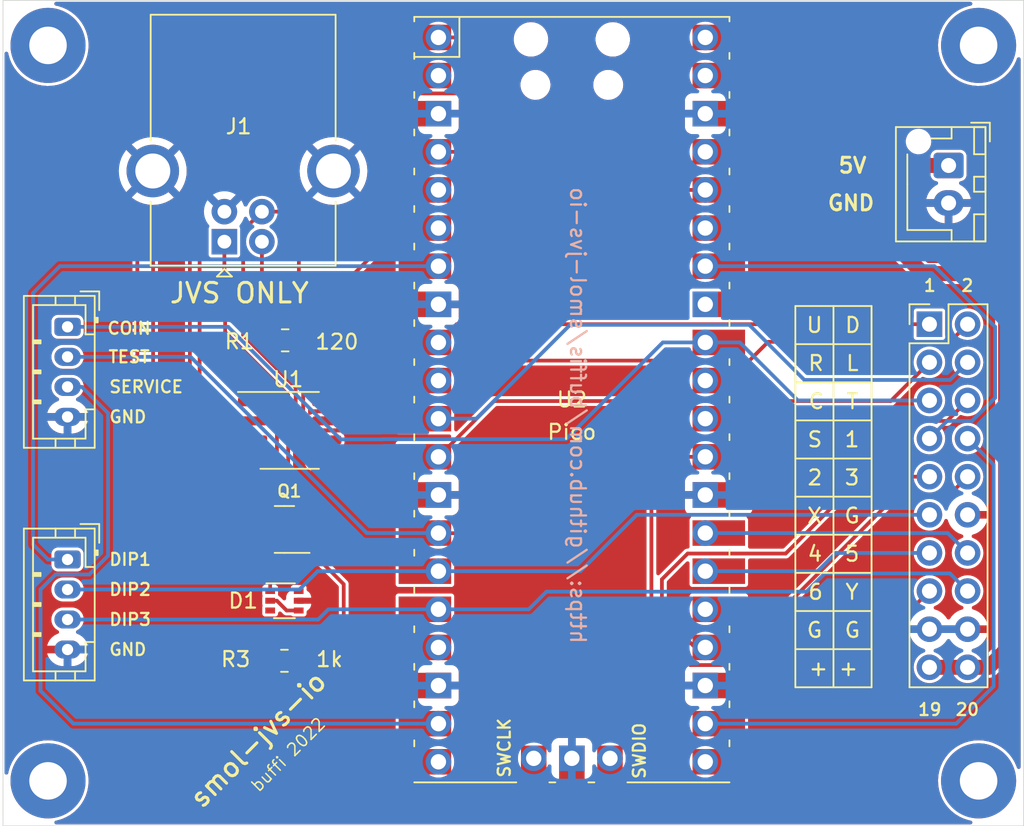
<source format=kicad_pcb>
(kicad_pcb (version 20211014) (generator pcbnew)
  (layers (0 "F.Cu" signal) (31 "B.Cu" signal) (34 "B.Paste" user) (35 "F.Paste" user) (36 "B.SilkS" user "B.Silkscreen") (37 "F.SilkS" user "F.Silkscreen") (38 "B.Mask" user) (39 "F.Mask" user) (44 "Edge.Cuts" user))
  (net 0 "")
  (net 1 "GND")
  (net 2 "+3V3")
  (net 4 "/jvs_tx")
  (net 5 "/jvs_de")
  (net 6 "/jvs_re")
  (net 7 "/jvs_rx")
  (net 8 "/sense_0v")
  (net 10 "Net-(J1-Pad2)")
  (net 11 "Net-(J1-Pad3)")
  (net 20 "/b_up")
  (net 21 "/b_down")
  (net 22 "/b_right")
  (net 23 "/b_left")
  (net 24 "/b_coin")
  (net 25 "/b_test")
  (net 26 "/b_start")
  (net 27 "/b_1")
  (net 28 "/b_2")
  (net 29 "/b_3")
  (net 30 "/b_4")
  (net 31 "/b_5")
  (net 32 "/b_6")
  (net 33 "/b_service")
  (net 34 "+5V")
  (net 35 "/dip1")
  (net 36 "/dip2")
  (net 37 "/dip3")
  (net 39 "/jvs_sense")
  (net 45 "Net-(D1-Pad2)")
  (footprint "Resistor_SMD:R_0805_2012Metric" (layer "F.Cu") (at 190.8 66.65 180)
    (fp_text reference "R1" (at 3.05 -0.075) (layer "F.SilkS"))
    (fp_text value "120" (at -3.45 -0.1) (layer "F.SilkS"))
    (pad "1" smd roundrect (at -0.9125 0 180) (size 1.025 1.4) (layers "F.Cu" "F.Paste" "F.Mask") (roundrect_rratio 0.243902439) (net 11 "Net-(J1-Pad3)"))
    (pad "2" smd roundrect (at 0.9125 0 180) (size 1.025 1.4) (layers "F.Cu" "F.Paste" "F.Mask") (roundrect_rratio 0.243902439) (net 10 "Net-(J1-Pad2)"))
  )
  (footprint "Resistor_SMD:R_0805_2012Metric" (layer "F.Cu") (at 190.75 88 180)
    (fp_text reference "R3" (at 3.25 0.1) (layer "F.SilkS"))
    (fp_text value "1k" (at -3 0.1) (layer "F.SilkS"))
    (pad "1" smd roundrect (at -0.9125 0 180) (size 1.025 1.4) (layers "F.Cu" "F.Paste" "F.Mask") (roundrect_rratio 0.243902439) (net 8 "/sense_0v"))
    (pad "2" smd roundrect (at 0.9125 0 180) (size 1.025 1.4) (layers "F.Cu" "F.Paste" "F.Mask") (roundrect_rratio 0.243902439) (net 1 "GND"))
  )
  (footprint "Package_SO:SOIC-8_3.9x4.9mm_P1.27mm" (layer "F.Cu") (at 191.1 72.65)
    (fp_text reference "U1" (at -0.1 -3.4) (layer "F.SilkS"))
    (fp_text value "ISL3175EIBZ-T" hide)
    (pad "1" smd roundrect (at -2.475 -1.905) (size 1.95 0.6) (layers "F.Cu" "F.Paste" "F.Mask") (net 7 "/jvs_rx"))
    (pad "2" smd roundrect (at -2.475 -0.635) (size 1.95 0.6) (layers "F.Cu" "F.Paste" "F.Mask") (net 6 "/jvs_re"))
    (pad "3" smd roundrect (at -2.475 0.635) (size 1.95 0.6) (layers "F.Cu" "F.Paste" "F.Mask") (net 5 "/jvs_de"))
    (pad "4" smd roundrect (at -2.475 1.905) (size 1.95 0.6) (layers "F.Cu" "F.Paste" "F.Mask") (net 4 "/jvs_tx"))
    (pad "5" smd roundrect (at 2.475 1.905) (size 1.95 0.6) (layers "F.Cu" "F.Paste" "F.Mask") (net 1 "GND"))
    (pad "6" smd roundrect (at 2.475 0.635) (size 1.95 0.6) (layers "F.Cu" "F.Paste" "F.Mask") (net 11 "Net-(J1-Pad3)"))
    (pad "7" smd roundrect (at 2.475 -0.635) (size 1.95 0.6) (layers "F.Cu" "F.Paste" "F.Mask") (net 10 "Net-(J1-Pad2)"))
    (pad "8" smd roundrect (at 2.475 -1.905) (size 1.95 0.6) (layers "F.Cu" "F.Paste" "F.Mask") (net 2 "+3V3"))
  )
  (footprint "Connector_USB:USB_B_OST_USB-B1HSxx_Horizontal" (layer "F.Cu") (at 186.75 60.0775 90)
    (fp_text reference "J1" (at 7.6775 0.95) (layer "F.SilkS"))
    (fp_text value "USB_B")
    (pad "1" thru_hole rect (at 0 0 90) (size 1.7 1.7) (drill 0.92) (layers *.Cu *.Mask) (net 39 "/jvs_sense"))
    (pad "2" thru_hole circle (at 0 2.5 90) (size 1.7 1.7) (drill 0.92) (layers *.Cu *.Mask) (net 10 "Net-(J1-Pad2)"))
    (pad "3" thru_hole circle (at 2 2.5 90) (size 1.7 1.7) (drill 0.92) (layers *.Cu *.Mask) (net 11 "Net-(J1-Pad3)"))
    (pad "4" thru_hole circle (at 2 0 90) (size 1.7 1.7) (drill 0.92) (layers *.Cu *.Mask) (net 1 "GND"))
    (pad "5" thru_hole circle (at 4.71 -4.77 90) (size 3.5 3.5) (drill 2.33) (layers *.Cu *.Mask) (net 1 "GND"))
    (pad "5" thru_hole circle (at 4.71 7.27 90) (size 3.5 3.5) (drill 2.33) (layers *.Cu *.Mask) (net 1 "GND"))
  )
  (footprint "RPi_Pico:RPi_Pico_SMD_TH" (layer "F.Cu") (at 209.9 70.6)
    (fp_text reference "U2" (at 0 0) (layer "F.SilkS"))
    (fp_text value "Pico" (at 0 2.159) (layer "F.SilkS"))
    (fp_text user "SWCLK" (at -4.5 23.2 90) (layer "F.SilkS") (effects (font (size 0.8 0.8))))
    (fp_text user "SWDIO" (at 4.5 23.4 90) (layer "F.SilkS") (effects (font (size 0.8 0.8))))
    (pad "" np_thru_hole oval locked (at -2.425 -20.97) (size 1.5 1.5) (drill 1.5) (layers *.Cu *.Mask))
    (pad "" np_thru_hole oval locked (at -2.725 -24) (size 1.8 1.8) (drill 1.8) (layers *.Cu *.Mask))
    (pad "" np_thru_hole oval locked (at 2.425 -20.97) (size 1.5 1.5) (drill 1.5) (layers *.Cu *.Mask))
    (pad "" np_thru_hole oval locked (at 2.725 -24) (size 1.8 1.8) (drill 1.8) (layers *.Cu *.Mask))
    (pad "1" thru_hole oval locked (at -8.89 -24.13) (size 1.7 1.7) (drill 1.02) (layers *.Cu *.Mask) (net 4 "/jvs_tx"))
    (pad "1" smd rect locked (at -8.89 -24.13) (size 3.5 1.7) (drill (offset -0.9 0)) (layers "F.Cu" "F.Mask") (net 4 "/jvs_tx"))
    (pad "2" smd rect locked (at -8.89 -21.59) (size 3.5 1.7) (drill (offset -0.9 0)) (layers "F.Cu" "F.Mask") (net 7 "/jvs_rx"))
    (pad "2" thru_hole oval locked (at -8.89 -21.59) (size 1.7 1.7) (drill 1.02) (layers *.Cu *.Mask) (net 7 "/jvs_rx"))
    (pad "3" smd rect locked (at -8.89 -19.05) (size 3.5 1.7) (drill (offset -0.9 0)) (layers "F.Cu" "F.Mask") (net 1 "GND"))
    (pad "3" thru_hole rect locked (at -8.89 -19.05) (size 1.7 1.7) (drill 1.02) (layers *.Cu *.Mask) (net 1 "GND"))
    (pad "4" thru_hole oval locked (at -8.89 -16.51) (size 1.7 1.7) (drill 1.02) (layers *.Cu *.Mask) (net 6 "/jvs_re"))
    (pad "4" smd rect locked (at -8.89 -16.51) (size 3.5 1.7) (drill (offset -0.9 0)) (layers "F.Cu" "F.Mask") (net 6 "/jvs_re"))
    (pad "5" smd rect locked (at -8.89 -13.97) (size 3.5 1.7) (drill (offset -0.9 0)) (layers "F.Cu" "F.Mask") (net 5 "/jvs_de"))
    (pad "5" thru_hole oval locked (at -8.89 -13.97) (size 1.7 1.7) (drill 1.02) (layers *.Cu *.Mask) (net 5 "/jvs_de"))
    (pad "6" smd rect locked (at -8.89 -11.43) (size 3.5 1.7) (drill (offset -0.9 0)) (layers "F.Cu" "F.Mask"))
    (pad "6" thru_hole oval locked (at -8.89 -11.43) (size 1.7 1.7) (drill 1.02) (layers *.Cu *.Mask))
    (pad "7" thru_hole oval locked (at -8.89 -8.89) (size 1.7 1.7) (drill 1.02) (layers *.Cu *.Mask) (net 35 "/dip1"))
    (pad "7" smd rect locked (at -8.89 -8.89) (size 3.5 1.7) (drill (offset -0.9 0)) (layers "F.Cu" "F.Mask") (net 35 "/dip1"))
    (pad "8" thru_hole rect locked (at -8.89 -6.35) (size 1.7 1.7) (drill 1.02) (layers *.Cu *.Mask) (net 1 "GND"))
    (pad "8" smd rect locked (at -8.89 -6.35) (size 3.5 1.7) (drill (offset -0.9 0)) (layers "F.Cu" "F.Mask") (net 1 "GND"))
    (pad "9" thru_hole oval locked (at -8.89 -3.81) (size 1.7 1.7) (drill 1.02) (layers *.Cu *.Mask) (net 20 "/b_up"))
    (pad "9" smd rect locked (at -8.89 -3.81) (size 3.5 1.7) (drill (offset -0.9 0)) (layers "F.Cu" "F.Mask") (net 20 "/b_up"))
    (pad "10" thru_hole oval locked (at -8.89 -1.27) (size 1.7 1.7) (drill 1.02) (layers *.Cu *.Mask) (net 21 "/b_down"))
    (pad "10" smd rect locked (at -8.89 -1.27) (size 3.5 1.7) (drill (offset -0.9 0)) (layers "F.Cu" "F.Mask") (net 21 "/b_down"))
    (pad "11" smd rect locked (at -8.89 1.27) (size 3.5 1.7) (drill (offset -0.9 0)) (layers "F.Cu" "F.Mask") (net 23 "/b_left"))
    (pad "11" thru_hole oval locked (at -8.89 1.27) (size 1.7 1.7) (drill 1.02) (layers *.Cu *.Mask) (net 23 "/b_left"))
    (pad "12" smd rect locked (at -8.89 3.81) (size 3.5 1.7) (drill (offset -0.9 0)) (layers "F.Cu" "F.Mask") (net 22 "/b_right"))
    (pad "12" thru_hole oval locked (at -8.89 3.81) (size 1.7 1.7) (drill 1.02) (layers *.Cu *.Mask) (net 22 "/b_right"))
    (pad "13" thru_hole rect locked (at -8.89 6.35) (size 1.7 1.7) (drill 1.02) (layers *.Cu *.Mask) (net 1 "GND"))
    (pad "13" smd rect locked (at -8.89 6.35) (size 3.5 1.7) (drill (offset -0.9 0)) (layers "F.Cu" "F.Mask") (net 1 "GND"))
    (pad "14" smd rect locked (at -8.89 8.89) (size 3.5 1.7) (drill (offset -0.9 0)) (layers "F.Cu" "F.Mask") (net 25 "/b_test"))
    (pad "14" thru_hole oval locked (at -8.89 8.89) (size 1.7 1.7) (drill 1.02) (layers *.Cu *.Mask) (net 25 "/b_test"))
    (pad "15" smd rect locked (at -8.89 11.43) (size 3.5 1.7) (drill (offset -0.9 0)) (layers "F.Cu" "F.Mask") (net 36 "/dip2"))
    (pad "15" thru_hole oval locked (at -8.89 11.43) (size 1.7 1.7) (drill 1.02) (layers *.Cu *.Mask) (net 36 "/dip2"))
    (pad "16" thru_hole oval locked (at -8.89 13.97) (size 1.7 1.7) (drill 1.02) (layers *.Cu *.Mask) (net 37 "/dip3"))
    (pad "16" smd rect locked (at -8.89 13.97) (size 3.5 1.7) (drill (offset -0.9 0)) (layers "F.Cu" "F.Mask") (net 37 "/dip3"))
    (pad "17" thru_hole oval locked (at -8.89 16.51) (size 1.7 1.7) (drill 1.02) (layers *.Cu *.Mask) (net 8 "/sense_0v"))
    (pad "17" smd rect locked (at -8.89 16.51) (size 3.5 1.7) (drill (offset -0.9 0)) (layers "F.Cu" "F.Mask") (net 8 "/sense_0v"))
    (pad "18" smd rect locked (at -8.89 19.05) (size 3.5 1.7) (drill (offset -0.9 0)) (layers "F.Cu" "F.Mask") (net 1 "GND"))
    (pad "18" thru_hole rect locked (at -8.89 19.05) (size 1.7 1.7) (drill 1.02) (layers *.Cu *.Mask) (net 1 "GND"))
    (pad "19" thru_hole oval locked (at -8.89 21.59) (size 1.7 1.7) (drill 1.02) (layers *.Cu *.Mask) (net 33 "/b_service"))
    (pad "19" smd rect locked (at -8.89 21.59) (size 3.5 1.7) (drill (offset -0.9 0)) (layers "F.Cu" "F.Mask") (net 33 "/b_service"))
    (pad "20" thru_hole oval locked (at -8.89 24.13) (size 1.7 1.7) (drill 1.02) (layers *.Cu *.Mask))
    (pad "20" smd rect locked (at -8.89 24.13) (size 3.5 1.7) (drill (offset -0.9 0)) (layers "F.Cu" "F.Mask"))
    (pad "21" smd rect locked (at 8.89 24.13) (size 3.5 1.7) (drill (offset 0.9 0)) (layers "F.Cu" "F.Mask"))
    (pad "21" thru_hole oval locked (at 8.89 24.13) (size 1.7 1.7) (drill 1.02) (layers *.Cu *.Mask))
    (pad "22" smd rect locked (at 8.89 21.59) (size 3.5 1.7) (drill (offset 0.9 0)) (layers "F.Cu" "F.Mask") (net 27 "/b_1"))
    (pad "22" thru_hole oval locked (at 8.89 21.59) (size 1.7 1.7) (drill 1.02) (layers *.Cu *.Mask) (net 27 "/b_1"))
    (pad "23" thru_hole rect locked (at 8.89 19.05) (size 1.7 1.7) (drill 1.02) (layers *.Cu *.Mask) (net 1 "GND"))
    (pad "23" smd rect locked (at 8.89 19.05) (size 3.5 1.7) (drill (offset 0.9 0)) (layers "F.Cu" "F.Mask") (net 1 "GND"))
    (pad "24" smd rect locked (at 8.89 16.51) (size 3.5 1.7) (drill (offset 0.9 0)) (layers "F.Cu" "F.Mask") (net 28 "/b_2"))
    (pad "24" thru_hole oval locked (at 8.89 16.51) (size 1.7 1.7) (drill 1.02) (layers *.Cu *.Mask) (net 28 "/b_2"))
    (pad "25" smd rect locked (at 8.89 13.97) (size 3.5 1.7) (drill (offset 0.9 0)) (layers "F.Cu" "F.Mask") (net 29 "/b_3"))
    (pad "25" thru_hole oval locked (at 8.89 13.97) (size 1.7 1.7) (drill 1.02) (layers *.Cu *.Mask) (net 29 "/b_3"))
    (pad "26" smd rect locked (at 8.89 11.43) (size 3.5 1.7) (drill (offset 0.9 0)) (layers "F.Cu" "F.Mask") (net 30 "/b_4"))
    (pad "26" thru_hole oval locked (at 8.89 11.43) (size 1.7 1.7) (drill 1.02) (layers *.Cu *.Mask) (net 30 "/b_4"))
    (pad "27" smd rect locked (at 8.89 8.89) (size 3.5 1.7) (drill (offset 0.9 0)) (layers "F.Cu" "F.Mask") (net 31 "/b_5"))
    (pad "27" thru_hole oval locked (at 8.89 8.89) (size 1.7 1.7) (drill 1.02) (layers *.Cu *.Mask) (net 31 "/b_5"))
    (pad "28" thru_hole rect locked (at 8.89 6.35) (size 1.7 1.7) (drill 1.02) (layers *.Cu *.Mask) (net 1 "GND"))
    (pad "28" smd rect locked (at 8.89 6.35) (size 3.5 1.7) (drill (offset 0.9 0)) (layers "F.Cu" "F.Mask") (net 1 "GND"))
    (pad "29" thru_hole oval locked (at 8.89 3.81) (size 1.7 1.7) (drill 1.02) (layers *.Cu *.Mask) (net 32 "/b_6"))
    (pad "29" smd rect locked (at 8.89 3.81) (size 3.5 1.7) (drill (offset 0.9 0)) (layers "F.Cu" "F.Mask") (net 32 "/b_6"))
    (pad "30" thru_hole oval locked (at 8.89 1.27) (size 1.7 1.7) (drill 1.02) (layers *.Cu *.Mask))
    (pad "30" smd rect locked (at 8.89 1.27) (size 3.5 1.7) (drill (offset 0.9 0)) (layers "F.Cu" "F.Mask"))
    (pad "31" smd rect locked (at 8.89 -1.27) (size 3.5 1.7) (drill (offset 0.9 0)) (layers "F.Cu" "F.Mask"))
    (pad "31" thru_hole oval locked (at 8.89 -1.27) (size 1.7 1.7) (drill 1.02) (layers *.Cu *.Mask))
    (pad "32" thru_hole oval locked (at 8.89 -3.81) (size 1.7 1.7) (drill 1.02) (layers *.Cu *.Mask) (net 24 "/b_coin"))
    (pad "32" smd rect locked (at 8.89 -3.81) (size 3.5 1.7) (drill (offset 0.9 0)) (layers "F.Cu" "F.Mask") (net 24 "/b_coin"))
    (pad "33" thru_hole rect locked (at 8.89 -6.35) (size 1.7 1.7) (drill 1.02) (layers *.Cu *.Mask))
    (pad "33" smd rect locked (at 8.89 -6.35) (size 3.5 1.7) (drill (offset 0.9 0)) (layers "F.Cu" "F.Mask"))
    (pad "34" smd rect locked (at 8.89 -8.89) (size 3.5 1.7) (drill (offset 0.9 0)) (layers "F.Cu" "F.Mask") (net 26 "/b_start"))
    (pad "34" thru_hole oval locked (at 8.89 -8.89) (size 1.7 1.7) (drill 1.02) (layers *.Cu *.Mask) (net 26 "/b_start"))
    (pad "35" smd rect locked (at 8.89 -11.43) (size 3.5 1.7) (drill (offset 0.9 0)) (layers "F.Cu" "F.Mask"))
    (pad "35" thru_hole oval locked (at 8.89 -11.43) (size 1.7 1.7) (drill 1.02) (layers *.Cu *.Mask))
    (pad "36" thru_hole oval locked (at 8.89 -13.97) (size 1.7 1.7) (drill 1.02) (layers *.Cu *.Mask) (net 2 "+3V3"))
    (pad "36" smd rect locked (at 8.89 -13.97) (size 3.5 1.7) (drill (offset 0.9 0)) (layers "F.Cu" "F.Mask") (net 2 "+3V3"))
    (pad "37" thru_hole oval locked (at 8.89 -16.51) (size 1.7 1.7) (drill 1.02) (layers *.Cu *.Mask))
    (pad "37" smd rect locked (at 8.89 -16.51) (size 3.5 1.7) (drill (offset 0.9 0)) (layers "F.Cu" "F.Mask"))
    (pad "38" thru_hole rect locked (at 8.89 -19.05) (size 1.7 1.7) (drill 1.02) (layers *.Cu *.Mask) (net 1 "GND"))
    (pad "38" smd rect locked (at 8.89 -19.05) (size 3.5 1.7) (drill (offset 0.9 0)) (layers "F.Cu" "F.Mask") (net 1 "GND"))
    (pad "39" thru_hole oval locked (at 8.89 -21.59) (size 1.7 1.7) (drill 1.02) (layers *.Cu *.Mask) (net 34 "+5V"))
    (pad "39" smd rect locked (at 8.89 -21.59) (size 3.5 1.7) (drill (offset 0.9 0)) (layers "F.Cu" "F.Mask") (net 34 "+5V"))
    (pad "40" smd rect locked (at 8.89 -24.13) (size 3.5 1.7) (drill (offset 0.9 0)) (layers "F.Cu" "F.Mask"))
    (pad "40" thru_hole oval locked (at 8.89 -24.13) (size 1.7 1.7) (drill 1.02) (layers *.Cu *.Mask))
    (pad "41" smd rect locked (at -2.54 23.9 90) (size 3.5 1.7) (drill (offset -0.9 0)) (layers "F.Cu" "F.Mask"))
    (pad "41" thru_hole oval locked (at -2.54 23.9) (size 1.7 1.7) (drill 1.02) (layers *.Cu *.Mask))
    (pad "42" thru_hole rect locked (at 0 23.9) (size 1.7 1.7) (drill 1.02) (layers *.Cu *.Mask) (net 1 "GND"))
    (pad "42" smd rect locked (at 0 23.9 90) (size 3.5 1.7) (drill (offset -0.9 0)) (layers "F.Cu" "F.Mask") (net 1 "GND"))
    (pad "43" thru_hole oval locked (at 2.54 23.9) (size 1.7 1.7) (drill 1.02) (layers *.Cu *.Mask))
    (pad "43" smd rect locked (at 2.54 23.9 90) (size 3.5 1.7) (drill (offset -0.9 0)) (layers "F.Cu" "F.Mask"))
  )
  (footprint "Package_TO_SOT_SMD:SOT-363_SC-70-6" (layer "F.Cu") (at 190.75 84)
    (fp_text reference "D1" (at -2.75 0) (layer "F.SilkS"))
    (fp_text value "BAV99S")
    (pad "1" smd rect locked (at -0.95 -0.65) (size 0.65 0.4) (layers "F.Cu" "F.Paste" "F.Mask") (net 39 "/jvs_sense"))
    (pad "2" smd rect locked (at -0.95 0) (size 0.65 0.4) (layers "F.Cu" "F.Paste" "F.Mask") (net 45 "Net-(D1-Pad2)"))
    (pad "3" smd rect locked (at -0.95 0.65) (size 0.65 0.4) (layers "F.Cu" "F.Paste" "F.Mask"))
    (pad "4" smd rect locked (at 0.95 0.65) (size 0.65 0.4) (layers "F.Cu" "F.Paste" "F.Mask") (net 45 "Net-(D1-Pad2)"))
    (pad "5" smd rect locked (at 0.95 0) (size 0.65 0.4) (layers "F.Cu" "F.Paste" "F.Mask") (net 1 "GND"))
    (pad "6" smd rect locked (at 0.95 -0.65) (size 0.65 0.4) (layers "F.Cu" "F.Paste" "F.Mask"))
  )
  (footprint "Connector_JST:JST_XH_B2B-XH-AM_1x02_P2.50mm_Vertical" (layer "F.Cu") (at 235 55 -90)
    (fp_text reference "J5" hide)
    (fp_text value "Power")
    (pad "" np_thru_hole circle locked (at -1.6 2 270) (size 1.2 1.2) (drill 1.2) (layers *.Cu *.Mask))
    (pad "1" thru_hole roundrect locked (at 0 0 270) (size 1.7 2) (drill 1) (layers *.Cu *.Mask) (roundrect_rratio 0.1470588235) (net 34 "+5V"))
    (pad "2" thru_hole oval locked (at 2.5 0 270) (size 1.7 2) (drill 1) (layers *.Cu *.Mask) (net 1 "GND"))
  )
  (footprint "Connector_PinHeader_2.54mm:PinHeader_2x10_P2.54mm_Vertical" (layer "F.Cu") (at 233.725 65.575)
    (fp_text reference "J4" hide)
    (fp_text value "Controls")
    (pad "1" thru_hole rect locked (at 0 0) (size 1.7 1.7) (drill 1) (layers *.Cu *.Mask) (net 20 "/b_up"))
    (pad "2" thru_hole oval locked (at 2.54 0) (size 1.7 1.7) (drill 1) (layers *.Cu *.Mask) (net 21 "/b_down"))
    (pad "3" thru_hole oval locked (at 0 2.54) (size 1.7 1.7) (drill 1) (layers *.Cu *.Mask) (net 22 "/b_right"))
    (pad "4" thru_hole oval locked (at 2.54 2.54) (size 1.7 1.7) (drill 1) (layers *.Cu *.Mask) (net 23 "/b_left"))
    (pad "5" thru_hole oval locked (at 0 5.08) (size 1.7 1.7) (drill 1) (layers *.Cu *.Mask) (net 24 "/b_coin"))
    (pad "6" thru_hole oval locked (at 2.54 5.08) (size 1.7 1.7) (drill 1) (layers *.Cu *.Mask) (net 25 "/b_test"))
    (pad "7" thru_hole oval locked (at 0 7.62) (size 1.7 1.7) (drill 1) (layers *.Cu *.Mask) (net 26 "/b_start"))
    (pad "8" thru_hole oval locked (at 2.54 7.62) (size 1.7 1.7) (drill 1) (layers *.Cu *.Mask) (net 27 "/b_1"))
    (pad "9" thru_hole oval locked (at 0 10.16) (size 1.7 1.7) (drill 1) (layers *.Cu *.Mask) (net 28 "/b_2"))
    (pad "10" thru_hole oval locked (at 2.54 10.16) (size 1.7 1.7) (drill 1) (layers *.Cu *.Mask) (net 29 "/b_3"))
    (pad "11" thru_hole oval locked (at 0 12.7) (size 1.7 1.7) (drill 1) (layers *.Cu *.Mask) (net 36 "/dip2"))
    (pad "12" thru_hole oval locked (at 2.54 12.7) (size 1.7 1.7) (drill 1) (layers *.Cu *.Mask) (net 1 "GND"))
    (pad "13" thru_hole oval locked (at 0 15.24) (size 1.7 1.7) (drill 1) (layers *.Cu *.Mask) (net 30 "/b_4"))
    (pad "14" thru_hole oval locked (at 2.54 15.24) (size 1.7 1.7) (drill 1) (layers *.Cu *.Mask) (net 31 "/b_5"))
    (pad "15" thru_hole oval locked (at 0 17.78) (size 1.7 1.7) (drill 1) (layers *.Cu *.Mask) (net 32 "/b_6"))
    (pad "16" thru_hole oval locked (at 2.54 17.78) (size 1.7 1.7) (drill 1) (layers *.Cu *.Mask) (net 37 "/dip3"))
    (pad "17" thru_hole oval locked (at 0 20.32) (size 1.7 1.7) (drill 1) (layers *.Cu *.Mask) (net 1 "GND"))
    (pad "18" thru_hole oval locked (at 2.54 20.32) (size 1.7 1.7) (drill 1) (layers *.Cu *.Mask) (net 1 "GND"))
    (pad "19" thru_hole oval locked (at 0 22.86) (size 1.7 1.7) (drill 1) (layers *.Cu *.Mask) (net 2 "+3V3"))
    (pad "20" thru_hole oval locked (at 2.54 22.86) (size 1.7 1.7) (drill 1) (layers *.Cu *.Mask) (net 2 "+3V3"))
  )
  (footprint "Package_TO_SOT_SMD:SOT-23" (layer "F.Cu") (at 190.75 79.25 180)
    (fp_text reference "Q1" (at -0.325 2.55) (layer "F.SilkS") (effects (font (size 0.8 0.8))))
    (fp_text value "AO3400A" hide)
    (pad "1" smd roundrect locked (at -0.9375 -0.95 180) (size 1.475 0.6) (layers "F.Cu" "F.Paste" "F.Mask") (net 8 "/sense_0v"))
    (pad "2" smd roundrect locked (at -0.9375 0.95 180) (size 1.475 0.6) (layers "F.Cu" "F.Paste" "F.Mask") (net 1 "GND"))
    (pad "3" smd roundrect locked (at 0.9375 0 180) (size 1.475 0.6) (layers "F.Cu" "F.Paste" "F.Mask") (net 39 "/jvs_sense"))
  )
  (footprint "MountingHole:MountingHole_2.5mm_Pad" (layer "F.Cu") (at 237 96)
    (fp_text reference "H4" hide)
    (fp_text value "MountingHole_Pad" hide)
    (pad "1" thru_hole circle locked (at 0 0) (size 5 5) (drill 2.5) (layers *.Cu *.Mask))
  )
  (footprint "Connector_JST:JST_PH_B4B-PH-K_1x04_P2.00mm_Vertical" (layer "F.Cu") (at 176.3 81.25 -90)
    (fp_text reference "J3" hide)
    (fp_text value "Dips")
    (pad "1" thru_hole roundrect locked (at 0 0 270) (size 1.2 1.75) (drill 0.75) (layers *.Cu *.Mask) (roundrect_rratio 0.2083333333) (net 35 "/dip1"))
    (pad "2" thru_hole oval locked (at 2 0 270) (size 1.2 1.75) (drill 0.75) (layers *.Cu *.Mask) (net 36 "/dip2"))
    (pad "3" thru_hole oval locked (at 4 0 270) (size 1.2 1.75) (drill 0.75) (layers *.Cu *.Mask) (net 37 "/dip3"))
    (pad "4" thru_hole oval locked (at 6 0 270) (size 1.2 1.75) (drill 0.75) (layers *.Cu *.Mask) (net 1 "GND"))
  )
  (footprint "MountingHole:MountingHole_2.5mm_Pad" (layer "F.Cu") (at 175 96)
    (fp_text reference "H3" hide)
    (fp_text value "MountingHole_Pad" hide)
    (pad "1" thru_hole circle locked (at 0 0) (size 5 5) (drill 2.5) (layers *.Cu *.Mask))
  )
  (footprint "Connector_JST:JST_PH_B4B-PH-K_1x04_P2.00mm_Vertical" (layer "F.Cu") (at 176.3 65.75 -90)
    (fp_text reference "J2" hide)
    (fp_text value "Misc")
    (pad "1" thru_hole roundrect locked (at 0 0 270) (size 1.2 1.75) (drill 0.75) (layers *.Cu *.Mask) (roundrect_rratio 0.2083333333) (net 24 "/b_coin"))
    (pad "2" thru_hole oval locked (at 2 0 270) (size 1.2 1.75) (drill 0.75) (layers *.Cu *.Mask) (net 25 "/b_test"))
    (pad "3" thru_hole oval locked (at 4 0 270) (size 1.2 1.75) (drill 0.75) (layers *.Cu *.Mask) (net 33 "/b_service"))
    (pad "4" thru_hole oval locked (at 6 0 270) (size 1.2 1.75) (drill 0.75) (layers *.Cu *.Mask) (net 1 "GND"))
  )
  (footprint "MountingHole:MountingHole_2.5mm_Pad" (layer "F.Cu") (at 237 47)
    (fp_text reference "H2" hide)
    (fp_text value "MountingHole_Pad" hide)
    (pad "1" thru_hole circle locked (at 0 0) (size 5 5) (drill 2.5) (layers *.Cu *.Mask))
  )
  (footprint "MountingHole:MountingHole_2.5mm_Pad" (layer "F.Cu") (at 175 47)
    (fp_text reference "H1" hide)
    (fp_text value "MountingHole_Pad" hide)
    (pad "1" thru_hole circle locked (at 0 0) (size 5 5) (drill 2.5) (layers *.Cu *.Mask))
  )
  (gr_line (start 224.79 79.605) (end 224.79 77.065) (layer "F.SilkS") (width 0.12))
  (gr_line (start 224.79 74.525) (end 224.79 71.985) (layer "F.SilkS") (width 0.12))
  (gr_line (start 224.79 77.065) (end 229.87 77.065) (layer "F.SilkS") (width 0.12))
  (gr_line (start 224.79 69.445) (end 224.79 66.905) (layer "F.SilkS") (width 0.12))
  (gr_line (start 224.79 64.365) (end 229.87 64.365) (layer "F.SilkS") (width 0.12))
  (gr_line (start 229.87 69.445) (end 224.79 69.445) (layer "F.SilkS") (width 0.12))
  (gr_line (start 224.79 84.685) (end 224.79 82.145) (layer "F.SilkS") (width 0.12))
  (gr_line (start 229.87 66.905) (end 229.87 64.365) (layer "F.SilkS") (width 0.12))
  (gr_line (start 224.79 87.225) (end 229.87 87.225) (layer "F.SilkS") (width 0.12))
  (gr_line (start 224.79 64.365) (end 224.79 89.765) (layer "F.SilkS") (width 0.12))
  (gr_line (start 229.87 84.685) (end 224.79 84.685) (layer "F.SilkS") (width 0.12))
  (gr_line (start 224.79 66.905) (end 229.87 66.905) (layer "F.SilkS") (width 0.12))
  (gr_line (start 229.87 82.145) (end 229.87 79.605) (layer "F.SilkS") (width 0.12))
  (gr_line (start 229.87 79.605) (end 224.79 79.605) (layer "F.SilkS") (width 0.12))
  (gr_line (start 229.87 89.765) (end 229.87 64.365) (layer "F.SilkS") (width 0.12))
  (gr_line (start 227.33 64.365) (end 227.33 89.765) (layer "F.SilkS") (width 0.12))
  (gr_line (start 224.79 71.985) (end 229.87 71.985) (layer "F.SilkS") (width 0.12))
  (gr_line (start 224.79 82.145) (end 229.87 82.145) (layer "F.SilkS") (width 0.12))
  (gr_line (start 229.87 89.765) (end 224.79 89.765) (layer "F.SilkS") (width 0.12))
  (gr_line (start 229.87 71.985) (end 229.87 69.445) (layer "F.SilkS") (width 0.12))
  (gr_line (start 229.87 74.525) (end 224.79 74.525) (layer "F.SilkS") (width 0.12))
  (gr_line (start 229.87 87.225) (end 229.87 84.685) (layer "F.SilkS") (width 0.12))
  (gr_line (start 240 99) (end 172 99) (layer "Edge.Cuts") (width 0.05))
  (gr_line (start 172 99) (end 172 44) (layer "Edge.Cuts") (width 0.05))
  (gr_line (start 240 44) (end 240 99) (layer "Edge.Cuts") (width 0.05))
  (gr_line (start 172 44) (end 240 44) (layer "Edge.Cuts") (width 0.05))
  (gr_text "https://github.com/buffis/smol-jvs-io" (at 210.3 71.65 -90) (layer "B.SilkS") (effects (font (size 1 1)) (justify mirror)))
  (gr_text "GND" (at 179 71.75) (layer "F.SilkS") (effects (font (size 0.8 0.8)) (justify left)))
  (gr_text "buffi 2022" (at 191 94.25 45) (layer "F.SilkS") (effects (font (size 0.8 0.8) (thickness 0.1))))
  (gr_text "S  1" (at 227.33 73.255) (layer "F.SilkS") (effects (font (size 1 1))))
  (gr_text "1" (at 233.75 63) (layer "F.SilkS") (effects (font (size 0.8 0.8))))
  (gr_text "DIP1" (at 179 81.25) (layer "F.SilkS") (effects (font (size 0.8 0.8)) (justify left)))
  (gr_text "DIP3" (at 179 85.25) (layer "F.SilkS") (effects (font (size 0.8 0.8)) (justify left)))
  (gr_text "4  5" (at 227.33 80.875) (layer "F.SilkS") (effects (font (size 1 1))))
  (gr_text "U  D" (at 227.33 65.635) (layer "F.SilkS") (effects (font (size 1 1))))
  (gr_text "G  G" (at 227.33 85.955) (layer "F.SilkS") (effects (font (size 1 1))))
  (gr_text "X  G" (at 227.33 78.335) (layer "F.SilkS") (effects (font (size 1 1))))
  (gr_text "20" (at 236.25 91.25) (layer "F.SilkS") (effects (font (size 0.8 0.8))))
  (gr_text "+ +" (at 227.33 88.495) (layer "F.SilkS") (effects (font (size 1 1))))
  (gr_text "6  Y" (at 227.33 83.415) (layer "F.SilkS") (effects (font (size 1 1))))
  (gr_text "2" (at 236.25 63) (layer "F.SilkS") (effects (font (size 0.8 0.8))))
  (gr_text "C  T" (at 227.33 70.715) (layer "F.SilkS") (effects (font (size 1 1))))
  (gr_text "COIN" (at 180.4 65.85) (layer "F.SilkS") (effects (font (size 0.8 0.8))))
  (gr_text "R  L" (at 227.33 68.175) (layer "F.SilkS") (effects (font (size 1 1))))
  (gr_text "2  3" (at 227.33 75.795) (layer "F.SilkS") (effects (font (size 1 1))))
  (gr_text "DIP2" (at 179 83.25) (layer "F.SilkS") (effects (font (size 0.8 0.8)) (justify left)))
  (gr_text "smol-jvs-io" (at 189 93.25 45) (layer "F.SilkS") (effects (font (size 1.25 1.25) (thickness 0.2))))
  (gr_text "5V" (at 228.6 55) (layer "F.SilkS") (effects (font (size 1 1) (thickness 0.2))))
  (gr_text "SERVICE" (at 179 69.75) (layer "F.SilkS") (effects (font (size 0.8 0.8)) (justify left)))
  (gr_text "TEST" (at 180.4 67.75) (layer "F.SilkS") (effects (font (size 0.8 0.8))))
  (gr_text "JVS ONLY" (at 187.75 63.5) (layer "F.SilkS") (effects (font (size 1.3 1.3) (thickness 0.2))))
  (gr_text "19" (at 233.75 91.25) (layer "F.SilkS") (effects (font (size 0.8 0.8))))
  (gr_text "GND" (at 228.5 57.5) (layer "F.SilkS") (effects (font (size 1 1) (thickness 0.2))))
  (gr_text "GND" (at 179 87.25) (layer "F.SilkS") (effects (font (size 0.8 0.8)) (justify left)))
  (segment (start 233.3 62.2) (end 237.8 62.2) (width 1) (layer "F.Cu") (net 2))
  (segment (start 193.575 70.745) (end 193.575 64.025) (width 0.25) (layer "F.Cu") (net 2))
  (segment (start 213.82 56.63) (end 218.79 56.63) (width 0.25) (layer "F.Cu") (net 2))
  (segment (start 227.73 56.63) (end 233.3 62.2) (width 1) (layer "F.Cu") (net 2))
  (segment (start 193.575 64.025) (end 197.255489 60.344511) (width 0.25) (layer "F.Cu") (net 2))
  (segment (start 236.265 88.435) (end 233.725 88.435) (width 1) (layer "F.Cu") (net 2))
  (segment (start 238.8 63.2) (end 238.8 87.3) (width 1) (layer "F.Cu") (net 2))
  (segment (start 197.255489 60.344511) (end 210.105489 60.344511) (width 0.25) (layer "F.Cu") (net 2))
  (segment (start 210.105489 60.344511) (end 213.82 56.63) (width 0.25) (layer "F.Cu") (net 2))
  (segment (start 218.79 56.63) (end 227.73 56.63) (width 1) (layer "F.Cu") (net 2))
  (segment (start 237.665 88.435) (end 236.265 88.435) (width 1) (layer "F.Cu") (net 2))
  (segment (start 238.8 87.3) (end 237.665 88.435) (width 1) (layer "F.Cu") (net 2))
  (segment (start 237.8 62.2) (end 238.8 63.2) (width 1) (layer "F.Cu") (net 2))
  (segment (start 202.32 46.47) (end 201.01 46.47) (width 0.25) (layer "F.Cu") (net 4))
  (segment (start 182 59.85) (end 179.45 57.3) (width 0.25) (layer "F.Cu") (net 4))
  (segment (start 183 50.2) (end 202.55 50.2) (width 0.25) (layer "F.Cu") (net 4))
  (segment (start 202.55 50.2) (end 202.9 49.85) (width 0.25) (layer "F.Cu") (net 4))
  (segment (start 179.45 57.3) (end 179.45 53.75) (width 0.25) (layer "F.Cu") (net 4))
  (segment (start 182 71.45) (end 182 59.85) (width 0.25) (layer "F.Cu") (net 4))
  (segment (start 179.45 53.75) (end 183 50.2) (width 0.25) (layer "F.Cu") (net 4))
  (segment (start 202.9 49.85) (end 202.9 47.05) (width 0.25) (layer "F.Cu") (net 4))
  (segment (start 185.105 74.555) (end 182 71.45) (width 0.25) (layer "F.Cu") (net 4))
  (segment (start 202.9 47.05) (end 202.32 46.47) (width 0.25) (layer "F.Cu") (net 4))
  (segment (start 188.625 74.555) (end 185.105 74.555) (width 0.25) (layer "F.Cu") (net 4))
  (segment (start 196.1 58.3) (end 193 58.3) (width 0.25) (layer "F.Cu") (net 5))
  (segment (start 197.8 56.6) (end 196.1 58.3) (width 0.25) (layer "F.Cu") (net 5))
  (segment (start 184.45 71.05) (end 186.685 73.285) (width 0.25) (layer "F.Cu") (net 5))
  (segment (start 201.01 56.63) (end 200.98 56.6) (width 0.25) (layer "F.Cu") (net 5))
  (segment (start 200.98 56.6) (end 197.8 56.6) (width 0.25) (layer "F.Cu") (net 5))
  (segment (start 186.685 73.285) (end 188.625 73.285) (width 0.25) (layer "F.Cu") (net 5))
  (segment (start 185.4 55.85) (end 184.45 56.8) (width 0.25) (layer "F.Cu") (net 5))
  (segment (start 184.45 56.8) (end 184.45 71.05) (width 0.25) (layer "F.Cu") (net 5))
  (segment (start 190.55 55.85) (end 185.4 55.85) (width 0.25) (layer "F.Cu") (net 5))
  (segment (start 193 58.3) (end 190.55 55.85) (width 0.25) (layer "F.Cu") (net 5))
  (segment (start 197.45 57.95) (end 202 57.95) (width 0.25) (layer "F.Cu") (net 6))
  (segment (start 190 56.55) (end 192.45 59) (width 0.25) (layer "F.Cu") (net 6))
  (segment (start 188.625 72.015) (end 187.065 72.015) (width 0.25) (layer "F.Cu") (net 6))
  (segment (start 185.9 56.55) (end 190 56.55) (width 0.25) (layer "F.Cu") (net 6))
  (segment (start 187.065 72.015) (end 185.1 70.05) (width 0.25) (layer "F.Cu") (net 6))
  (segment (start 185.1 70.05) (end 185.1 57.35) (width 0.25) (layer "F.Cu") (net 6))
  (segment (start 202.8 57.15) (end 202.8 54.7) (width 0.25) (layer "F.Cu") (net 6))
  (segment (start 202 57.95) (end 202.8 57.15) (width 0.25) (layer "F.Cu") (net 6))
  (segment (start 192.45 59) (end 196.4 59) (width 0.25) (layer "F.Cu") (net 6))
  (segment (start 202.19 54.09) (end 201.01 54.09) (width 0.25) (layer "F.Cu") (net 6))
  (segment (start 202.8 54.7) (end 202.19 54.09) (width 0.25) (layer "F.Cu") (net 6))
  (segment (start 196.4 59) (end 197.45 57.95) (width 0.25) (layer "F.Cu") (net 6))
  (segment (start 185.1 57.35) (end 185.9 56.55) (width 0.25) (layer "F.Cu") (net 6))
  (segment (start 190.25 71.3) (end 190.25 75.05) (width 0.25) (layer "F.Cu") (net 7))
  (segment (start 189.695 70.745) (end 190.25 71.3) (width 0.25) (layer "F.Cu") (net 7))
  (segment (start 180.95 72.95) (end 180.95 60.55) (width 0.25) (layer "F.Cu") (net 7))
  (segment (start 183.7 75.7) (end 180.95 72.95) (width 0.25) (layer "F.Cu") (net 7))
  (segment (start 188.625 70.745) (end 189.695 70.745) (width 0.25) (layer "F.Cu") (net 7))
  (segment (start 178.25 57.85) (end 178.25 53.35) (width 0.25) (layer "F.Cu") (net 7))
  (segment (start 180.95 60.55) (end 178.25 57.85) (width 0.25) (layer "F.Cu") (net 7))
  (segment (start 178.25 53.35) (end 182.59 49.01) (width 0.25) (layer "F.Cu") (net 7))
  (segment (start 190.25 75.05) (end 189.6 75.7) (width 0.25) (layer "F.Cu") (net 7))
  (segment (start 189.6 75.7) (end 183.7 75.7) (width 0.25) (layer "F.Cu") (net 7))
  (segment (start 182.59 49.01) (end 201.01 49.01) (width 0.25) (layer "F.Cu") (net 7))
  (segment (start 191.6875 80.2) (end 192 80.2) (width 0.25) (layer "F.Cu") (net 8))
  (segment (start 192 80.2) (end 194.7 82.9) (width 0.25) (layer "F.Cu") (net 8))
  (segment (start 194.7 82.9) (end 194.7 87.11) (width 0.25) (layer "F.Cu") (net 8))
  (segment (start 191.6625 88) (end 193.81 88) (width 0.25) (layer "F.Cu") (net 8))
  (segment (start 193.81 88) (end 194.7 87.11) (width 0.25) (layer "F.Cu") (net 8))
  (segment (start 194.7 87.11) (end 201.01 87.11) (width 0.25) (layer "F.Cu") (net 8))
  (segment (start 192.215 72.015) (end 193.575 72.015) (width 0.25) (layer "F.Cu") (net 10))
  (segment (start 192 69.05) (end 192 71.8) (width 0.25) (layer "F.Cu") (net 10))
  (segment (start 192 71.8) (end 192.215 72.015) (width 0.25) (layer "F.Cu") (net 10))
  (segment (start 189.8875 66.65) (end 189.8875 66.9375) (width 0.25) (layer "F.Cu") (net 10))
  (segment (start 189.25 66.0125) (end 189.8875 66.65) (width 0.25) (layer "F.Cu") (net 10))
  (segment (start 189.25 60.0775) (end 189.25 66.0125) (width 0.25) (layer "F.Cu") (net 10))
  (segment (start 189.8875 66.9375) (end 192 69.05) (width 0.25) (layer "F.Cu") (net 10))
  (segment (start 190.3775 58.0775) (end 189.25 58.0775) (width 0.25) (layer "F.Cu") (net 11))
  (segment (start 191.7125 59.4125) (end 190.3775 58.0775) (width 0.25) (layer "F.Cu") (net 11))
  (segment (start 191.5 69.8) (end 188 66.3) (width 0.25) (layer "F.Cu") (net 11))
  (segment (start 192.235 73.285) (end 191.5 72.55) (width 0.25) (layer "F.Cu") (net 11))
  (segment (start 188 66.3) (end 188 59.3275) (width 0.25) (layer "F.Cu") (net 11))
  (segment (start 193.575 73.285) (end 192.235 73.285) (width 0.25) (layer "F.Cu") (net 11))
  (segment (start 191.7125 66.65) (end 191.7125 59.4125) (width 0.25) (layer "F.Cu") (net 11))
  (segment (start 191.5 72.55) (end 191.5 69.8) (width 0.25) (layer "F.Cu") (net 11))
  (segment (start 188 59.3275) (end 189.25 58.0775) (width 0.25) (layer "F.Cu") (net 11))
  (segment (start 202.225 65.575) (end 201.01 66.79) (width 0.25) (layer "F.Cu") (net 20))
  (segment (start 233.725 65.575) (end 202.225 65.575) (width 0.25) (layer "F.Cu") (net 20))
  (segment (start 235.090489 66.749511) (end 222.979511 66.749511) (width 0.25) (layer "F.Cu") (net 21))
  (segment (start 236.265 65.575) (end 235.090489 66.749511) (width 0.25) (layer "F.Cu") (net 21))
  (segment (start 202.34 68) (end 201.01 69.33) (width 0.25) (layer "F.Cu") (net 21))
  (segment (start 222.979511 66.749511) (end 221.729022 68) (width 0.25) (layer "F.Cu") (net 21))
  (segment (start 221.729022 68) (end 202.34 68) (width 0.25) (layer "F.Cu") (net 21))
  (segment (start 233.725 68.115) (end 231.144511 70.695489) (width 0.25) (layer "F.Cu") (net 22))
  (segment (start 204.724511 70.695489) (end 201.01 74.41) (width 0.25) (layer "F.Cu") (net 22))
  (segment (start 231.144511 70.695489) (end 204.724511 70.695489) (width 0.25) (layer "F.Cu") (net 22))
  (segment (start 221.715489 65.615489) (end 209.784511 65.615489) (width 0.25) (layer "B.Cu") (net 23))
  (segment (start 203.53 71.87) (end 201.01 71.87) (width 0.25) (layer "B.Cu") (net 23))
  (segment (start 225.389511 69.289511) (end 221.715489 65.615489) (width 0.25) (layer "B.Cu") (net 23))
  (segment (start 209.784511 65.615489) (end 203.53 71.87) (width 0.25) (layer "B.Cu") (net 23))
  (segment (start 236.265 68.115) (end 235.090489 69.289511) (width 0.25) (layer "B.Cu") (net 23))
  (segment (start 235.090489 69.289511) (end 225.389511 69.289511) (width 0.25) (layer "B.Cu") (net 23))
  (segment (start 197.25 73.25) (end 194.5 73.25) (width 0.25) (layer "B.Cu") (net 24))
  (segment (start 187 65.75) (end 176.3 65.75) (width 0.25) (layer "B.Cu") (net 24))
  (segment (start 197.264511 73.235489) (end 197.25 73.25) (width 0.25) (layer "B.Cu") (net 24))
  (segment (start 224.955 70.655) (end 221.09 66.79) (width 0.25) (layer "B.Cu") (net 24))
  (segment (start 194.5 73.25) (end 187 65.75) (width 0.25) (layer "B.Cu") (net 24))
  (segment (start 233.725 70.655) (end 224.955 70.655) (width 0.25) (layer "B.Cu") (net 24))
  (segment (start 209.514511 73.235489) (end 197.264511 73.235489) (width 0.25) (layer "B.Cu") (net 24))
  (segment (start 218.79 66.79) (end 215.96 66.79) (width 0.25) (layer "B.Cu") (net 24))
  (segment (start 221.09 66.79) (end 218.79 66.79) (width 0.25) (layer "B.Cu") (net 24))
  (segment (start 215.96 66.79) (end 209.514511 73.235489) (width 0.25) (layer "B.Cu") (net 24))
  (segment (start 222.788533 72.020489) (end 221.573533 73.235489) (width 0.25) (layer "F.Cu") (net 25))
  (segment (start 221.573533 73.235489) (end 210.964511 73.235489) (width 0.25) (layer "F.Cu") (net 25))
  (segment (start 201.02 79.5) (end 201.01 79.49) (width 0.25) (layer "F.Cu") (net 25))
  (segment (start 234.899511 72.020489) (end 222.788533 72.020489) (width 0.25) (layer "F.Cu") (net 25))
  (segment (start 210.964511 73.235489) (end 204.7 79.5) (width 0.25) (layer "F.Cu") (net 25))
  (segment (start 204.7 79.5) (end 201.02 79.5) (width 0.25) (layer "F.Cu") (net 25))
  (segment (start 236.265 70.655) (end 234.899511 72.020489) (width 0.25) (layer "F.Cu") (net 25))
  (segment (start 184.5 67.75) (end 196.24 79.49) (width 0.25) (layer "B.Cu") (net 25))
  (segment (start 196.24 79.49) (end 201.01 79.49) (width 0.25) (layer "B.Cu") (net 25))
  (segment (start 176.3 67.75) (end 184.5 67.75) (width 0.25) (layer "B.Cu") (net 25))
  (segment (start 238.1 65.74899) (end 234.06101 61.71) (width 0.25) (layer "B.Cu") (net 26))
  (segment (start 233.725 73.195) (end 234.899511 72.020489) (width 0.25) (layer "B.Cu") (net 26))
  (segment (start 238.1 70.48101) (end 238.1 65.74899) (width 0.25) (layer "B.Cu") (net 26))
  (segment (start 234.899511 72.020489) (end 236.560521 72.020489) (width 0.25) (layer "B.Cu") (net 26))
  (segment (start 234.06101 61.71) (end 218.79 61.71) (width 0.25) (layer "B.Cu") (net 26))
  (segment (start 236.560521 72.020489) (end 238.1 70.48101) (width 0.25) (layer "B.Cu") (net 26))
  (segment (start 238 74.93) (end 238 89.7) (width 0.25) (layer "B.Cu") (net 27))
  (segment (start 235.51 92.19) (end 218.79 92.19) (width 0.25) (layer "B.Cu") (net 27))
  (segment (start 236.265 73.195) (end 238 74.93) (width 0.25) (layer "B.Cu") (net 27))
  (segment (start 238 89.7) (end 235.51 92.19) (width 0.25) (layer "B.Cu") (net 27))
  (segment (start 215.9 84.9) (end 218.11 87.11) (width 0.25) (layer "F.Cu") (net 28))
  (segment (start 233.725 75.735) (end 229.265 75.735) (width 0.25) (layer "F.Cu") (net 28))
  (segment (start 229.265 75.735) (end 224.144511 80.855489) (width 0.25) (layer "F.Cu") (net 28))
  (segment (start 218.11 87.11) (end 218.79 87.11) (width 0.25) (layer "F.Cu") (net 28))
  (segment (start 224.144511 80.855489) (end 217.615489 80.855489) (width 0.25) (layer "F.Cu") (net 28))
  (segment (start 215.9 82.570978) (end 215.9 84.9) (width 0.25) (layer "F.Cu") (net 28))
  (segment (start 217.615489 80.855489) (end 215.9 82.570978) (width 0.25) (layer "F.Cu") (net 28))
  (segment (start 218.79 84.57) (end 223.93 84.57) (width 0.25) (layer "F.Cu") (net 29))
  (segment (start 231.590489 76.909511) (end 235.090489 76.909511) (width 0.25) (layer "F.Cu") (net 29))
  (segment (start 235.090489 76.909511) (end 236.265 75.735) (width 0.25) (layer "F.Cu") (net 29))
  (segment (start 223.93 84.57) (end 231.590489 76.909511) (width 0.25) (layer "F.Cu") (net 29))
  (segment (start 227.485 80.815) (end 226.27 82.03) (width 0.25) (layer "B.Cu") (net 30))
  (segment (start 233.725 80.815) (end 227.485 80.815) (width 0.25) (layer "B.Cu") (net 30))
  (segment (start 226.27 82.03) (end 218.79 82.03) (width 0.25) (layer "B.Cu") (net 30))
  (segment (start 234.94 79.49) (end 236.265 80.815) (width 0.25) (layer "B.Cu") (net 31))
  (segment (start 218.79 79.49) (end 234.94 79.49) (width 0.25) (layer "B.Cu") (net 31))
  (segment (start 228.795489 88.284511) (end 217.784511 88.284511) (width 0.25) (layer "F.Cu") (net 32))
  (segment (start 215.2 76.4) (end 217.19 74.41) (width 0.25) (layer "F.Cu") (net 32))
  (segment (start 215.2 85.7) (end 215.2 76.4) (width 0.25) (layer "F.Cu") (net 32))
  (segment (start 217.784511 88.284511) (end 215.2 85.7) (width 0.25) (layer "F.Cu") (net 32))
  (segment (start 233.725 83.355) (end 228.795489 88.284511) (width 0.25) (layer "F.Cu") (net 32))
  (segment (start 217.19 74.41) (end 218.79 74.41) (width 0.25) (layer "F.Cu") (net 32))
  (segment (start 175.5 82.25) (end 174.5 83.25) (width 0.25) (layer "B.Cu") (net 33))
  (segment (start 179 81) (end 177.75 82.25) (width 0.25) (layer "B.Cu") (net 33))
  (segment (start 174.5 90) (end 176.69 92.19) (width 0.25) (layer "B.Cu") (net 33))
  (segment (start 176.69 92.19) (end 201.01 92.19) (width 0.25) (layer "B.Cu") (net 33))
  (segment (start 174.5 83.25) (end 174.5 90) (width 0.25) (layer "B.Cu") (net 33))
  (segment (start 179 71.5) (end 179 81) (width 0.25) (layer "B.Cu") (net 33))
  (segment (start 176.3 69.75) (end 177.25 69.75) (width 0.25) (layer "B.Cu") (net 33))
  (segment (start 177.75 82.25) (end 175.5 82.25) (width 0.25) (layer "B.Cu") (net 33))
  (segment (start 177.25 69.75) (end 179 71.5) (width 0.25) (layer "B.Cu") (net 33))
  (segment (start 235 55) (end 232.691488 55) (width 1) (layer "F.Cu") (net 34))
  (segment (start 232.691488 55) (end 226.701488 49.01) (width 1) (layer "F.Cu") (net 34))
  (segment (start 226.701488 49.01) (end 218.79 49.01) (width 1) (layer "F.Cu") (net 34))
  (segment (start 201.01 61.71) (end 175.79 61.71) (width 0.25) (layer "B.Cu") (net 35))
  (segment (start 174 80.25) (end 175 81.25) (width 0.25) (layer "B.Cu") (net 35))
  (segment (start 175.79 61.71) (end 174 63.5) (width 0.25) (layer "B.Cu") (net 35))
  (segment (start 175 81.25) (end 176.3 81.25) (width 0.25) (layer "B.Cu") (net 35))
  (segment (start 174 63.5) (end 174 80.25) (width 0.25) (layer "B.Cu") (net 35))
  (segment (start 210.47 82.03) (end 201.01 82.03) (width 0.25) (layer "B.Cu") (net 36))
  (segment (start 233.725 78.275) (end 214.225 78.275) (width 0.25) (layer "B.Cu") (net 36))
  (segment (start 192.97 82.03) (end 201.01 82.03) (width 0.25) (layer "B.Cu") (net 36))
  (segment (start 176.3 83.25) (end 191.75 83.25) (width 0.25) (layer "B.Cu") (net 36))
  (segment (start 191.75 83.25) (end 192.97 82.03) (width 0.25) (layer "B.Cu") (net 36))
  (segment (start 214.225 78.275) (end 210.47 82.03) (width 0.25) (layer "B.Cu") (net 36))
  (segment (start 208.204511 83.395489) (end 207.03 84.57) (width 0.25) (layer "B.Cu") (net 37))
  (segment (start 225.540229 83.395489) (end 208.204511 83.395489) (width 0.25) (layer "B.Cu") (net 37))
  (segment (start 193.68 84.57) (end 201.01 84.57) (width 0.25) (layer "B.Cu") (net 37))
  (segment (start 226.755229 82.180489) (end 225.540229 83.395489) (width 0.25) (layer "B.Cu") (net 37))
  (segment (start 235.090489 82.180489) (end 226.755229 82.180489) (width 0.25) (layer "B.Cu") (net 37))
  (segment (start 207.03 84.57) (end 201.01 84.57) (width 0.25) (layer "B.Cu") (net 37))
  (segment (start 236.265 83.355) (end 235.090489 82.180489) (width 0.25) (layer "B.Cu") (net 37))
  (segment (start 193 85.25) (end 193.68 84.57) (width 0.25) (layer "B.Cu") (net 37))
  (segment (start 176.3 85.25) (end 193 85.25) (width 0.25) (layer "B.Cu") (net 37))
  (segment (start 186.8 66.1) (end 186.8 64.35) (width 0.25) (layer "F.Cu") (net 39))
  (segment (start 191 70.3) (end 186.8 66.1) (width 0.25) (layer "F.Cu") (net 39))
  (segment (start 186.75 64.3) (end 186.75 60.0775) (width 0.25) (layer "F.Cu") (net 39))
  (segment (start 189.8125 80.8) (end 189.8 80.8125) (width 0.25) (layer "F.Cu") (net 39))
  (segment (start 189.8125 77.1375) (end 191 75.95) (width 0.25) (layer "F.Cu") (net 39))
  (segment (start 186.8 64.35) (end 186.75 64.3) (width 0.25) (layer "F.Cu") (net 39))
  (segment (start 189.8125 80.8) (end 189.8125 77.1375) (width 0.25) (layer "F.Cu") (net 39))
  (segment (start 191 75.95) (end 191 70.3) (width 0.25) (layer "F.Cu") (net 39))
  (segment (start 189.8 80.8125) (end 189.8 83.35) (width 0.25) (layer "F.Cu") (net 39))
  (segment (start 190.25 84) (end 189.8 84) (width 0.25) (layer "F.Cu") (net 45))
  (segment (start 190.9 84.65) (end 190.25 84) (width 0.25) (layer "F.Cu") (net 45))
  (segment (start 191.7 84.65) (end 190.9 84.65) (width 0.25) (layer "F.Cu") (net 45))
  (zone (net 1) (net_name "GND") (layers F&B.Cu) (connect_pads (clearance 0.1)) (min_thickness 0.254) (fill yes (thermal_gap 0.508) (thermal_bridge_width 0.508))
    (polygon (pts (xy 239.8 99) (xy 171.8 99) (xy 171.8 44) (xy 239.8 44)))
  )
)
</source>
